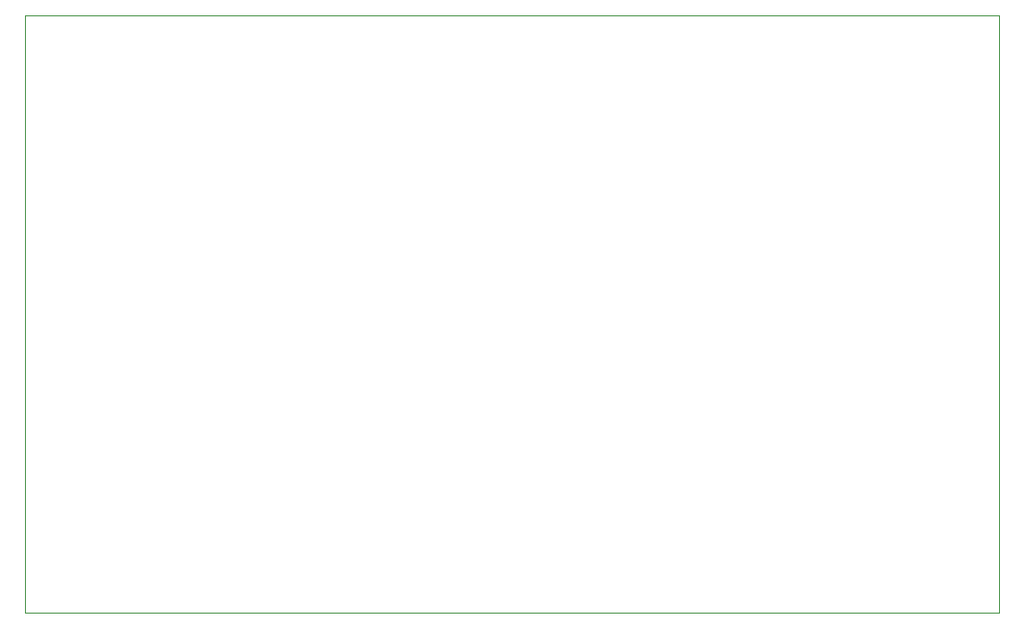
<source format=gbr>
%TF.GenerationSoftware,KiCad,Pcbnew,(6.0.0-0)*%
%TF.CreationDate,2022-08-12T09:14:50-04:00*%
%TF.ProjectId,Backplane-Instruction-Reg-2022,4261636b-706c-4616-9e65-2d496e737472,rev?*%
%TF.SameCoordinates,Original*%
%TF.FileFunction,Profile,NP*%
%FSLAX46Y46*%
G04 Gerber Fmt 4.6, Leading zero omitted, Abs format (unit mm)*
G04 Created by KiCad (PCBNEW (6.0.0-0)) date 2022-08-12 09:14:50*
%MOMM*%
%LPD*%
G01*
G04 APERTURE LIST*
%TA.AperFunction,Profile*%
%ADD10C,0.100000*%
%TD*%
G04 APERTURE END LIST*
D10*
X185674000Y-58615595D02*
X99828166Y-58615595D01*
X99828166Y-58615595D02*
X99828166Y-111252242D01*
X99828166Y-111252242D02*
X185674000Y-111252242D01*
X185674000Y-111252242D02*
X185674000Y-58615595D01*
M02*

</source>
